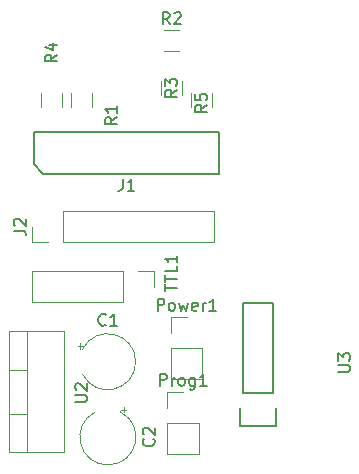
<source format=gbr>
G04 #@! TF.GenerationSoftware,KiCad,Pcbnew,5.0.2+dfsg1-1*
G04 #@! TF.CreationDate,2019-05-02T19:47:23-04:00*
G04 #@! TF.ProjectId,v1,76312e6b-6963-4616-945f-706362585858,rev?*
G04 #@! TF.SameCoordinates,Original*
G04 #@! TF.FileFunction,Legend,Top*
G04 #@! TF.FilePolarity,Positive*
%FSLAX46Y46*%
G04 Gerber Fmt 4.6, Leading zero omitted, Abs format (unit mm)*
G04 Created by KiCad (PCBNEW 5.0.2+dfsg1-1) date Thu 02 May 2019 07:47:23 PM EDT*
%MOMM*%
%LPD*%
G01*
G04 APERTURE LIST*
%ADD10C,0.150000*%
%ADD11C,0.120000*%
G04 APERTURE END LIST*
D10*
G04 #@! TO.C,J1*
X122150000Y-102100000D02*
X107250000Y-102100000D01*
X122150000Y-98560000D02*
X122150000Y-102100000D01*
X106450000Y-98560000D02*
X122150000Y-98560000D01*
X106450000Y-101300000D02*
X106450000Y-98560000D01*
X107250000Y-102100000D02*
X106450000Y-101300000D01*
G04 #@! TO.C,U3*
X126690899Y-120650000D02*
X124150899Y-120650000D01*
X126690899Y-113030000D02*
X126690899Y-120650000D01*
X124150899Y-113030000D02*
X126690899Y-113030000D01*
X124150899Y-120650000D02*
X124150899Y-113030000D01*
X126944899Y-123444000D02*
X126944899Y-121920000D01*
X123896899Y-123444000D02*
X126944899Y-123444000D01*
X123896899Y-121920000D02*
X123896899Y-123444000D01*
D11*
G04 #@! TO.C,R5*
X119020000Y-94230436D02*
X119020000Y-95434564D01*
X117200000Y-94230436D02*
X117200000Y-95434564D01*
G04 #@! TO.C,R4*
X108860000Y-96487064D02*
X108860000Y-95282936D01*
X107040000Y-96487064D02*
X107040000Y-95282936D01*
G04 #@! TO.C,R3*
X121560000Y-95282936D02*
X121560000Y-96487064D01*
X119740000Y-95282936D02*
X119740000Y-96487064D01*
G04 #@! TO.C,R2*
X117507936Y-91715000D02*
X118712064Y-91715000D01*
X117507936Y-89895000D02*
X118712064Y-89895000D01*
G04 #@! TO.C,R1*
X109580000Y-96487064D02*
X109580000Y-95282936D01*
X111400000Y-96487064D02*
X111400000Y-95282936D01*
G04 #@! TO.C,J2*
X106310899Y-107917584D02*
X106310899Y-106587584D01*
X107640899Y-107917584D02*
X106310899Y-107917584D01*
X108910899Y-107917584D02*
X108910899Y-105257584D01*
X108910899Y-105257584D02*
X121670899Y-105257584D01*
X108910899Y-107917584D02*
X121670899Y-107917584D01*
X121670899Y-107917584D02*
X121670899Y-105257584D01*
G04 #@! TO.C,C2*
X114280899Y-122075296D02*
X113830899Y-122075296D01*
X114055899Y-121850296D02*
X114055899Y-122300296D01*
X111660899Y-122267844D02*
G75*
G03X113780899Y-122267843I1060000J-2119740D01*
G01*
G04 #@! TO.C,C1*
X110581159Y-119077584D02*
G75*
G03X110581158Y-116957584I2119740J1060000D01*
G01*
X110163611Y-116682584D02*
X110613611Y-116682584D01*
X110388611Y-116457584D02*
X110388611Y-116907584D01*
G04 #@! TO.C,Prog1*
X117740899Y-120590000D02*
X119070899Y-120590000D01*
X117740899Y-121920000D02*
X117740899Y-120590000D01*
X117740899Y-123190000D02*
X120400899Y-123190000D01*
X120400899Y-123190000D02*
X120400899Y-125790000D01*
X117740899Y-123190000D02*
X117740899Y-125790000D01*
X117740899Y-125790000D02*
X120400899Y-125790000D01*
G04 #@! TO.C,Power1*
X118050000Y-119440000D02*
X120710000Y-119440000D01*
X118050000Y-116840000D02*
X118050000Y-119440000D01*
X120710000Y-116840000D02*
X120710000Y-119440000D01*
X118050000Y-116840000D02*
X120710000Y-116840000D01*
X118050000Y-115570000D02*
X118050000Y-114240000D01*
X118050000Y-114240000D02*
X119380000Y-114240000D01*
G04 #@! TO.C,TTL1*
X106310899Y-110337584D02*
X106310899Y-112997584D01*
X113990899Y-110337584D02*
X106310899Y-110337584D01*
X113990899Y-112997584D02*
X106310899Y-112997584D01*
X113990899Y-110337584D02*
X113990899Y-112997584D01*
X115260899Y-110337584D02*
X116590899Y-110337584D01*
X116590899Y-110337584D02*
X116590899Y-111667584D01*
G04 #@! TO.C,U2*
X104370899Y-125677584D02*
X104370899Y-115437584D01*
X109011899Y-125677584D02*
X109011899Y-115437584D01*
X104370899Y-125677584D02*
X109011899Y-125677584D01*
X104370899Y-115437584D02*
X109011899Y-115437584D01*
X105880899Y-125677584D02*
X105880899Y-115437584D01*
X104370899Y-122407584D02*
X105880899Y-122407584D01*
X104370899Y-118706584D02*
X105880899Y-118706584D01*
G04 #@! TO.C,J1*
D10*
X113966666Y-102552380D02*
X113966666Y-103266666D01*
X113919047Y-103409523D01*
X113823809Y-103504761D01*
X113680952Y-103552380D01*
X113585714Y-103552380D01*
X114966666Y-103552380D02*
X114395238Y-103552380D01*
X114680952Y-103552380D02*
X114680952Y-102552380D01*
X114585714Y-102695238D01*
X114490476Y-102790476D01*
X114395238Y-102838095D01*
G04 #@! TO.C,U3*
X132223279Y-118871904D02*
X133032803Y-118871904D01*
X133128041Y-118824285D01*
X133175660Y-118776666D01*
X133223279Y-118681428D01*
X133223279Y-118490952D01*
X133175660Y-118395714D01*
X133128041Y-118348095D01*
X133032803Y-118300476D01*
X132223279Y-118300476D01*
X132223279Y-117919523D02*
X132223279Y-117300476D01*
X132604232Y-117633809D01*
X132604232Y-117490952D01*
X132651851Y-117395714D01*
X132699470Y-117348095D01*
X132794708Y-117300476D01*
X133032803Y-117300476D01*
X133128041Y-117348095D01*
X133175660Y-117395714D01*
X133223279Y-117490952D01*
X133223279Y-117776666D01*
X133175660Y-117871904D01*
X133128041Y-117919523D01*
G04 #@! TO.C,R5*
X121102380Y-96269166D02*
X120626190Y-96602500D01*
X121102380Y-96840595D02*
X120102380Y-96840595D01*
X120102380Y-96459642D01*
X120150000Y-96364404D01*
X120197619Y-96316785D01*
X120292857Y-96269166D01*
X120435714Y-96269166D01*
X120530952Y-96316785D01*
X120578571Y-96364404D01*
X120626190Y-96459642D01*
X120626190Y-96840595D01*
X120102380Y-95364404D02*
X120102380Y-95840595D01*
X120578571Y-95888214D01*
X120530952Y-95840595D01*
X120483333Y-95745357D01*
X120483333Y-95507261D01*
X120530952Y-95412023D01*
X120578571Y-95364404D01*
X120673809Y-95316785D01*
X120911904Y-95316785D01*
X121007142Y-95364404D01*
X121054761Y-95412023D01*
X121102380Y-95507261D01*
X121102380Y-95745357D01*
X121054761Y-95840595D01*
X121007142Y-95888214D01*
G04 #@! TO.C,R4*
X108402380Y-92024166D02*
X107926190Y-92357500D01*
X108402380Y-92595595D02*
X107402380Y-92595595D01*
X107402380Y-92214642D01*
X107450000Y-92119404D01*
X107497619Y-92071785D01*
X107592857Y-92024166D01*
X107735714Y-92024166D01*
X107830952Y-92071785D01*
X107878571Y-92119404D01*
X107926190Y-92214642D01*
X107926190Y-92595595D01*
X107735714Y-91167023D02*
X108402380Y-91167023D01*
X107354761Y-91405119D02*
X108069047Y-91643214D01*
X108069047Y-91024166D01*
G04 #@! TO.C,R3*
X118562380Y-94999166D02*
X118086190Y-95332500D01*
X118562380Y-95570595D02*
X117562380Y-95570595D01*
X117562380Y-95189642D01*
X117610000Y-95094404D01*
X117657619Y-95046785D01*
X117752857Y-94999166D01*
X117895714Y-94999166D01*
X117990952Y-95046785D01*
X118038571Y-95094404D01*
X118086190Y-95189642D01*
X118086190Y-95570595D01*
X117562380Y-94665833D02*
X117562380Y-94046785D01*
X117943333Y-94380119D01*
X117943333Y-94237261D01*
X117990952Y-94142023D01*
X118038571Y-94094404D01*
X118133809Y-94046785D01*
X118371904Y-94046785D01*
X118467142Y-94094404D01*
X118514761Y-94142023D01*
X118562380Y-94237261D01*
X118562380Y-94522976D01*
X118514761Y-94618214D01*
X118467142Y-94665833D01*
G04 #@! TO.C,R2*
X117943333Y-89437380D02*
X117610000Y-88961190D01*
X117371904Y-89437380D02*
X117371904Y-88437380D01*
X117752857Y-88437380D01*
X117848095Y-88485000D01*
X117895714Y-88532619D01*
X117943333Y-88627857D01*
X117943333Y-88770714D01*
X117895714Y-88865952D01*
X117848095Y-88913571D01*
X117752857Y-88961190D01*
X117371904Y-88961190D01*
X118324285Y-88532619D02*
X118371904Y-88485000D01*
X118467142Y-88437380D01*
X118705238Y-88437380D01*
X118800476Y-88485000D01*
X118848095Y-88532619D01*
X118895714Y-88627857D01*
X118895714Y-88723095D01*
X118848095Y-88865952D01*
X118276666Y-89437380D01*
X118895714Y-89437380D01*
G04 #@! TO.C,R1*
X113482380Y-97321666D02*
X113006190Y-97655000D01*
X113482380Y-97893095D02*
X112482380Y-97893095D01*
X112482380Y-97512142D01*
X112530000Y-97416904D01*
X112577619Y-97369285D01*
X112672857Y-97321666D01*
X112815714Y-97321666D01*
X112910952Y-97369285D01*
X112958571Y-97416904D01*
X113006190Y-97512142D01*
X113006190Y-97893095D01*
X113482380Y-96369285D02*
X113482380Y-96940714D01*
X113482380Y-96655000D02*
X112482380Y-96655000D01*
X112625238Y-96750238D01*
X112720476Y-96845476D01*
X112768095Y-96940714D01*
G04 #@! TO.C,J2*
X104763279Y-106920917D02*
X105477565Y-106920917D01*
X105620422Y-106968536D01*
X105715660Y-107063774D01*
X105763279Y-107206631D01*
X105763279Y-107301869D01*
X104858518Y-106492345D02*
X104810899Y-106444726D01*
X104763279Y-106349488D01*
X104763279Y-106111393D01*
X104810899Y-106016155D01*
X104858518Y-105968536D01*
X104953756Y-105920917D01*
X105048994Y-105920917D01*
X105191851Y-105968536D01*
X105763279Y-106539964D01*
X105763279Y-105920917D01*
G04 #@! TO.C,C2*
X116578041Y-124554250D02*
X116625660Y-124601869D01*
X116673279Y-124744726D01*
X116673279Y-124839964D01*
X116625660Y-124982822D01*
X116530422Y-125078060D01*
X116435184Y-125125679D01*
X116244708Y-125173298D01*
X116101851Y-125173298D01*
X115911375Y-125125679D01*
X115816137Y-125078060D01*
X115720899Y-124982822D01*
X115673279Y-124839964D01*
X115673279Y-124744726D01*
X115720899Y-124601869D01*
X115768518Y-124554250D01*
X115768518Y-124173298D02*
X115720899Y-124125679D01*
X115673279Y-124030441D01*
X115673279Y-123792345D01*
X115720899Y-123697107D01*
X115768518Y-123649488D01*
X115863756Y-123601869D01*
X115958994Y-123601869D01*
X116101851Y-123649488D01*
X116673279Y-124220917D01*
X116673279Y-123601869D01*
G04 #@! TO.C,C1*
X112534232Y-114874726D02*
X112486613Y-114922345D01*
X112343756Y-114969964D01*
X112248518Y-114969964D01*
X112105660Y-114922345D01*
X112010422Y-114827107D01*
X111962803Y-114731869D01*
X111915184Y-114541393D01*
X111915184Y-114398536D01*
X111962803Y-114208060D01*
X112010422Y-114112822D01*
X112105660Y-114017584D01*
X112248518Y-113969964D01*
X112343756Y-113969964D01*
X112486613Y-114017584D01*
X112534232Y-114065203D01*
X113486613Y-114969964D02*
X112915184Y-114969964D01*
X113200899Y-114969964D02*
X113200899Y-113969964D01*
X113105660Y-114112822D01*
X113010422Y-114208060D01*
X112915184Y-114255679D01*
G04 #@! TO.C,Prog1*
X117118518Y-120042380D02*
X117118518Y-119042380D01*
X117499470Y-119042380D01*
X117594708Y-119090000D01*
X117642327Y-119137619D01*
X117689946Y-119232857D01*
X117689946Y-119375714D01*
X117642327Y-119470952D01*
X117594708Y-119518571D01*
X117499470Y-119566190D01*
X117118518Y-119566190D01*
X118118518Y-120042380D02*
X118118518Y-119375714D01*
X118118518Y-119566190D02*
X118166137Y-119470952D01*
X118213756Y-119423333D01*
X118308994Y-119375714D01*
X118404232Y-119375714D01*
X118880422Y-120042380D02*
X118785184Y-119994761D01*
X118737565Y-119947142D01*
X118689946Y-119851904D01*
X118689946Y-119566190D01*
X118737565Y-119470952D01*
X118785184Y-119423333D01*
X118880422Y-119375714D01*
X119023279Y-119375714D01*
X119118518Y-119423333D01*
X119166137Y-119470952D01*
X119213756Y-119566190D01*
X119213756Y-119851904D01*
X119166137Y-119947142D01*
X119118518Y-119994761D01*
X119023279Y-120042380D01*
X118880422Y-120042380D01*
X120070899Y-119375714D02*
X120070899Y-120185238D01*
X120023279Y-120280476D01*
X119975660Y-120328095D01*
X119880422Y-120375714D01*
X119737565Y-120375714D01*
X119642327Y-120328095D01*
X120070899Y-119994761D02*
X119975660Y-120042380D01*
X119785184Y-120042380D01*
X119689946Y-119994761D01*
X119642327Y-119947142D01*
X119594708Y-119851904D01*
X119594708Y-119566190D01*
X119642327Y-119470952D01*
X119689946Y-119423333D01*
X119785184Y-119375714D01*
X119975660Y-119375714D01*
X120070899Y-119423333D01*
X121070899Y-120042380D02*
X120499470Y-120042380D01*
X120785184Y-120042380D02*
X120785184Y-119042380D01*
X120689946Y-119185238D01*
X120594708Y-119280476D01*
X120499470Y-119328095D01*
G04 #@! TO.C,Power1*
X116927619Y-113692380D02*
X116927619Y-112692380D01*
X117308571Y-112692380D01*
X117403809Y-112740000D01*
X117451428Y-112787619D01*
X117499047Y-112882857D01*
X117499047Y-113025714D01*
X117451428Y-113120952D01*
X117403809Y-113168571D01*
X117308571Y-113216190D01*
X116927619Y-113216190D01*
X118070476Y-113692380D02*
X117975238Y-113644761D01*
X117927619Y-113597142D01*
X117880000Y-113501904D01*
X117880000Y-113216190D01*
X117927619Y-113120952D01*
X117975238Y-113073333D01*
X118070476Y-113025714D01*
X118213333Y-113025714D01*
X118308571Y-113073333D01*
X118356190Y-113120952D01*
X118403809Y-113216190D01*
X118403809Y-113501904D01*
X118356190Y-113597142D01*
X118308571Y-113644761D01*
X118213333Y-113692380D01*
X118070476Y-113692380D01*
X118737142Y-113025714D02*
X118927619Y-113692380D01*
X119118095Y-113216190D01*
X119308571Y-113692380D01*
X119499047Y-113025714D01*
X120260952Y-113644761D02*
X120165714Y-113692380D01*
X119975238Y-113692380D01*
X119880000Y-113644761D01*
X119832380Y-113549523D01*
X119832380Y-113168571D01*
X119880000Y-113073333D01*
X119975238Y-113025714D01*
X120165714Y-113025714D01*
X120260952Y-113073333D01*
X120308571Y-113168571D01*
X120308571Y-113263809D01*
X119832380Y-113359047D01*
X120737142Y-113692380D02*
X120737142Y-113025714D01*
X120737142Y-113216190D02*
X120784761Y-113120952D01*
X120832380Y-113073333D01*
X120927619Y-113025714D01*
X121022857Y-113025714D01*
X121880000Y-113692380D02*
X121308571Y-113692380D01*
X121594285Y-113692380D02*
X121594285Y-112692380D01*
X121499047Y-112835238D01*
X121403809Y-112930476D01*
X121308571Y-112978095D01*
G04 #@! TO.C,TTL1*
X117562380Y-112037619D02*
X117562380Y-111466190D01*
X118562380Y-111751904D02*
X117562380Y-111751904D01*
X117562380Y-111275714D02*
X117562380Y-110704285D01*
X118562380Y-110990000D02*
X117562380Y-110990000D01*
X118562380Y-109894761D02*
X118562380Y-110370952D01*
X117562380Y-110370952D01*
X118562380Y-109037619D02*
X118562380Y-109609047D01*
X118562380Y-109323333D02*
X117562380Y-109323333D01*
X117705238Y-109418571D01*
X117800476Y-109513809D01*
X117848095Y-109609047D01*
G04 #@! TO.C,U2*
X109942380Y-121411904D02*
X110751904Y-121411904D01*
X110847142Y-121364285D01*
X110894761Y-121316666D01*
X110942380Y-121221428D01*
X110942380Y-121030952D01*
X110894761Y-120935714D01*
X110847142Y-120888095D01*
X110751904Y-120840476D01*
X109942380Y-120840476D01*
X110037619Y-120411904D02*
X109990000Y-120364285D01*
X109942380Y-120269047D01*
X109942380Y-120030952D01*
X109990000Y-119935714D01*
X110037619Y-119888095D01*
X110132857Y-119840476D01*
X110228095Y-119840476D01*
X110370952Y-119888095D01*
X110942380Y-120459523D01*
X110942380Y-119840476D01*
G04 #@! TD*
M02*

</source>
